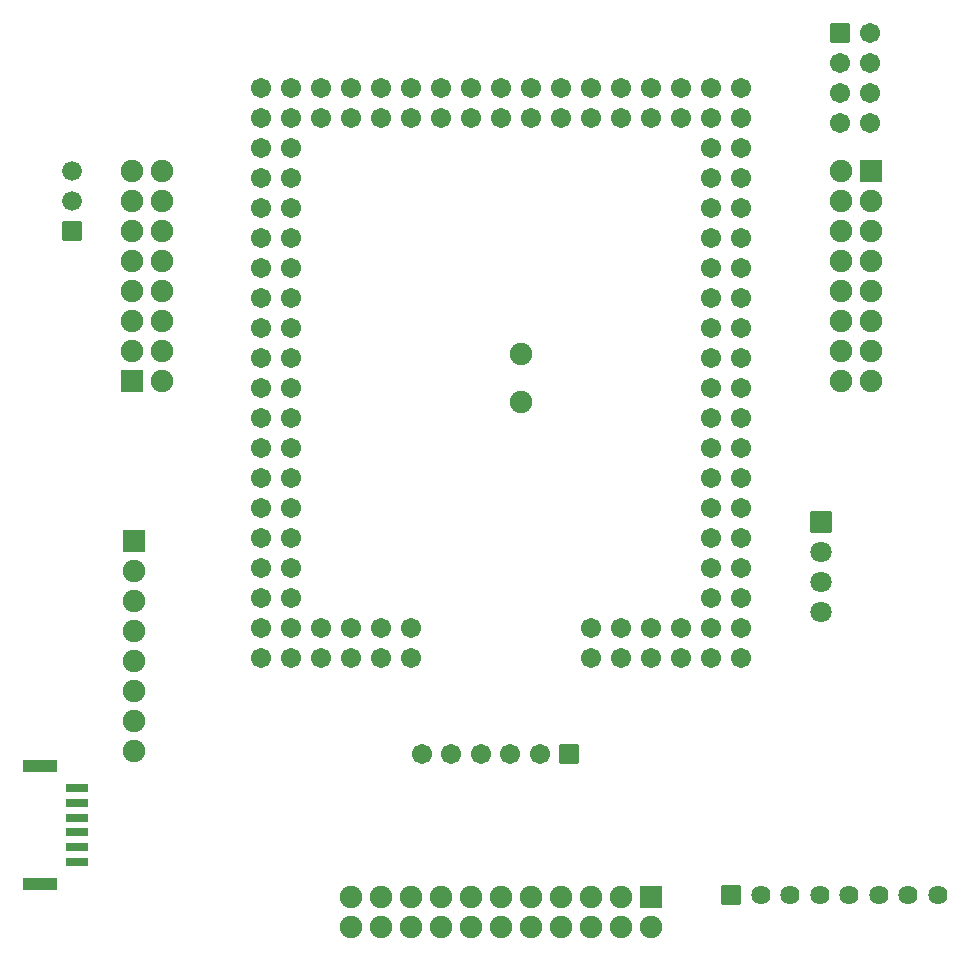
<source format=gbs>
G04 Layer: BottomSolderMaskLayer*
G04 EasyEDA Pro v2.1.21.9b64d12f.b3811b, 2024-07-11 22:11:45*
G04 Gerber Generator version 0.3*
G04 Scale: 100 percent, Rotated: No, Reflected: No*
G04 Dimensions in millimeters*
G04 Leading zeros omitted, absolute positions, 3 integers and 3 decimals*
%FSLAX33Y33*%
%MOMM*%
%AMRoundRect*1,1,$1,$2,$3*1,1,$1,$4,$5*1,1,$1,0-$2,0-$3*1,1,$1,0-$4,0-$5*20,1,$1,$2,$3,$4,$5,0*20,1,$1,$4,$5,0-$2,0-$3,0*20,1,$1,0-$2,0-$3,0-$4,0-$5,0*20,1,$1,0-$4,0-$5,$2,$3,0*4,1,4,$2,$3,$4,$5,0-$2,0-$3,0-$4,0-$5,$2,$3,0*%
%ADD10C,1.703*%
%ADD11RoundRect,0.092X-1.404X-0.504X-1.404X0.504*%
%ADD12RoundRect,0.088X-0.856X-0.306X-0.856X0.306*%
%ADD13RoundRect,0.096X-0.803X0.803X0.803X0.803*%
%ADD14C,1.702*%
%ADD15RoundRect,0.096X0.853X0.853X0.853X-0.853*%
%ADD16C,1.802*%
%ADD17C,1.676*%
%ADD18RoundRect,0.096X-0.79X-0.79X-0.79X0.79*%
%ADD19RoundRect,0.096X0.803X0.803X0.803X-0.803*%
%ADD20C,1.702*%
%ADD21C,1.9*%
%ADD22RoundRect,0.095X0.902X-0.902X-0.902X-0.902*%
%ADD23RoundRect,0.096X0.903X0.903X0.903X-0.903*%
%ADD24C,1.902*%
%ADD25RoundRect,0.096X-0.903X-0.903X-0.903X0.903*%
%ADD26RoundRect,0.096X-0.765X0.765X0.765X0.765*%
%ADD27C,1.626*%
G75*


G04 Pad Start*
G54D10*
G01X31323Y22021D03*
G01X33863Y22021D03*
G01X8463Y22021D03*
G01X33863Y16941D03*
G01X31323Y16941D03*
G01X31323Y14401D03*
G01X33863Y14401D03*
G01X33863Y11861D03*
G01X31323Y11861D03*
G01X31323Y9321D03*
G01X33863Y9321D03*
G01X33863Y6781D03*
G01X31323Y6781D03*
G01X33863Y4241D03*
G01X31323Y4241D03*
G01X33863Y1701D03*
G01X31323Y1701D03*
G01X33863Y-839D03*
G01X31323Y-839D03*
G01X33863Y-3379D03*
G01X31323Y-3379D03*
G01X31323Y-5919D03*
G01X33863Y-5919D03*
G01X31323Y-8459D03*
G01X33863Y-8459D03*
G01X33863Y-10999D03*
G01X31323Y-10999D03*
G01X31323Y-13539D03*
G01X33863Y-13539D03*
G01X31323Y-18619D03*
G01X33863Y-16079D03*
G01X31323Y-16079D03*
G01X33863Y-18619D03*
G01X33863Y-21159D03*
G01X31323Y-21159D03*
G01X31323Y-23699D03*
G01X33863Y-23699D03*
G01X33863Y-26239D03*
G01X31323Y-26239D03*
G01X28783Y-26239D03*
G01X28783Y-23699D03*
G01X26243Y-23699D03*
G01X26243Y-26239D03*
G01X23703Y-23699D03*
G01X23703Y-26239D03*
G01X21163Y-26239D03*
G01X21163Y-23699D03*
G01X5923Y-23699D03*
G01X5923Y-26239D03*
G01X3383Y-26239D03*
G01X3383Y-23699D03*
G01X843Y-26239D03*
G01X843Y-23699D03*
G01X-1697Y-23699D03*
G01X-1697Y-26239D03*
G01X-4237Y-26239D03*
G01X-6777Y-26239D03*
G01X-4237Y-23699D03*
G01X-6777Y-23699D03*
G01X-6777Y-21159D03*
G01X-4237Y-21159D03*
G01X-6777Y-18619D03*
G01X-4237Y-18619D03*
G01X-4237Y-16079D03*
G01X-6777Y-16079D03*
G01X-6777Y-13539D03*
G01X-4237Y-13539D03*
G01X-6777Y-10999D03*
G01X-4237Y-8459D03*
G01X-6777Y-8459D03*
G01X-6777Y-5919D03*
G01X-4237Y-5919D03*
G01X-4237Y-3379D03*
G01X-4237Y-839D03*
G01X-6777Y1701D03*
G01X-4237Y1701D03*
G01X-4237Y4241D03*
G01X-6777Y4241D03*
G01X-6777Y6781D03*
G01X-4237Y6781D03*
G01X-4237Y9321D03*
G01X-6777Y9321D03*
G01X-6777Y11861D03*
G01X-4237Y11861D03*
G01X-4237Y14401D03*
G01X-6777Y14401D03*
G01X-4237Y16941D03*
G01X-4237Y19481D03*
G01X3383Y19481D03*
G01X843Y19481D03*
G01X5923Y19481D03*
G01X8463Y19481D03*
G01X11003Y19481D03*
G01X13543Y19481D03*
G01X16083Y19481D03*
G01X18623Y19481D03*
G01X21163Y19481D03*
G01X23703Y19481D03*
G01X26243Y19481D03*
G01X28783Y19481D03*
G01X31323Y19481D03*
G01X33863Y19481D03*
G01X28783Y22021D03*
G01X26243Y22021D03*
G01X23703Y22021D03*
G01X21163Y22021D03*
G01X18623Y22021D03*
G01X16083Y22021D03*
G01X13543Y22021D03*
G01X11003Y22021D03*
G01X5923Y22021D03*
G01X843Y22021D03*
G01X-6777Y16941D03*
G01X-6777Y19481D03*
G01X-6777Y22021D03*
G01X3383Y22021D03*
G01X-6777Y-839D03*
G01X-6777Y-3379D03*
G01X-4237Y22021D03*
G01X-1697Y22021D03*
G01X-1697Y19481D03*
G01X-4237Y-10999D03*
G54D11*
G01X-25451Y-45361D03*
G54D12*
G01X-22301Y-39761D03*
G01X-22301Y-41011D03*
G01X-22301Y-42261D03*
G01X-22301Y-43511D03*
G01X-22301Y-38511D03*
G01X-22301Y-37261D03*
G54D11*
G01X-25451Y-35411D03*
G54D13*
G01X19332Y-34417D03*
G54D14*
G01X16830Y-34417D03*
G01X14331Y-34417D03*
G01X11831Y-34417D03*
G01X9332Y-34417D03*
G01X6830Y-34417D03*
G54D15*
G01X40640Y-14732D03*
G54D16*
G01X40640Y-17272D03*
G01X40640Y-19812D03*
G01X40640Y-22352D03*
G54D17*
G01X-22733Y14991D03*
G01X-22733Y12451D03*
G54D18*
G01X-22733Y9911D03*
G54D19*
G01X42291Y26670D03*
G54D20*
G01X44831Y26670D03*
G01X42291Y24130D03*
G01X44831Y24130D03*
G01X42291Y21590D03*
G01X44831Y21590D03*
G01X42291Y19050D03*
G01X44831Y19050D03*
G54D21*
G01X843Y-46482D03*
G01X843Y-49022D03*
G01X3383Y-49022D03*
G01X3383Y-46482D03*
G01X5923Y-49022D03*
G01X5923Y-46482D03*
G01X8463Y-49022D03*
G01X8463Y-46482D03*
G01X11003Y-49022D03*
G01X11003Y-46482D03*
G01X13543Y-49022D03*
G01X13543Y-46482D03*
G01X16083Y-49022D03*
G01X16083Y-46482D03*
G01X18623Y-49022D03*
G01X18623Y-46482D03*
G01X21163Y-49022D03*
G01X21163Y-46482D03*
G01X23703Y-49022D03*
G01X23703Y-46482D03*
G01X26243Y-49022D03*
G54D22*
G01X26243Y-46482D03*
G54D23*
G01X-17526Y-16383D03*
G54D24*
G01X-17526Y-18923D03*
G01X-17526Y-21463D03*
G01X-17526Y-24003D03*
G01X-17526Y-26543D03*
G01X-17526Y-29083D03*
G01X-17526Y-31623D03*
G01X-17526Y-34163D03*
G01X-15141Y14991D03*
G01X-17681Y14991D03*
G01X-15141Y12451D03*
G01X-17681Y12451D03*
G01X-15141Y9911D03*
G01X-17681Y9911D03*
G01X-15141Y7371D03*
G01X-17681Y7371D03*
G01X-15141Y4831D03*
G01X-17681Y4831D03*
G01X-15141Y2291D03*
G01X-17681Y2291D03*
G01X-15141Y-249D03*
G01X-17681Y-249D03*
G01X-15141Y-2789D03*
G54D25*
G01X-17681Y-2789D03*
G54D24*
G01X42319Y-2789D03*
G01X44859Y-2789D03*
G01X42319Y-249D03*
G01X44859Y-249D03*
G01X42319Y2291D03*
G01X44859Y2291D03*
G01X42319Y4831D03*
G01X44859Y4831D03*
G01X42319Y7371D03*
G01X44859Y7371D03*
G01X42319Y9911D03*
G01X44859Y9911D03*
G01X42319Y12451D03*
G01X44859Y12451D03*
G01X42319Y14991D03*
G54D23*
G01X44859Y14991D03*
G54D26*
G01X33033Y-46355D03*
G54D27*
G01X35533Y-46355D03*
G01X38033Y-46355D03*
G01X40533Y-46355D03*
G01X43033Y-46355D03*
G01X45533Y-46355D03*
G01X48033Y-46355D03*
G01X50533Y-46355D03*
G54D24*
G01X15240Y-4540D03*
G01X15240Y-540D03*
G04 Pad End*

M02*

</source>
